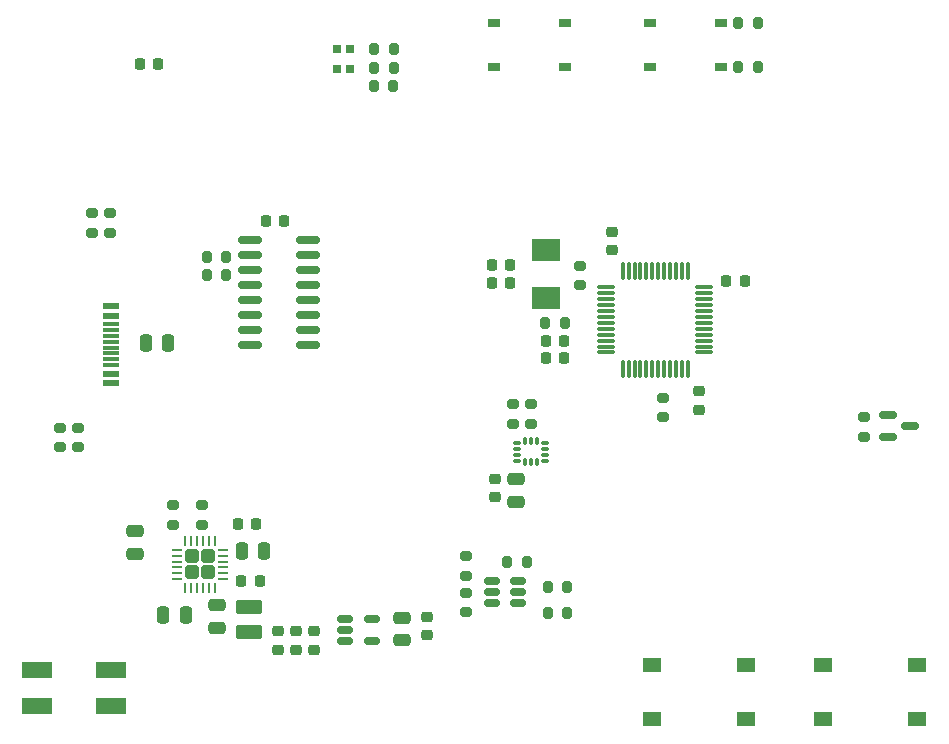
<source format=gbr>
%TF.GenerationSoftware,KiCad,Pcbnew,8.0.8-8.0.8-0~ubuntu24.04.1*%
%TF.CreationDate,2025-01-24T01:05:33+01:00*%
%TF.ProjectId,leany,6c65616e-792e-46b6-9963-61645f706362,rev?*%
%TF.SameCoordinates,Original*%
%TF.FileFunction,Paste,Top*%
%TF.FilePolarity,Positive*%
%FSLAX46Y46*%
G04 Gerber Fmt 4.6, Leading zero omitted, Abs format (unit mm)*
G04 Created by KiCad (PCBNEW 8.0.8-8.0.8-0~ubuntu24.04.1) date 2025-01-24 01:05:33*
%MOMM*%
%LPD*%
G01*
G04 APERTURE LIST*
G04 Aperture macros list*
%AMRoundRect*
0 Rectangle with rounded corners*
0 $1 Rounding radius*
0 $2 $3 $4 $5 $6 $7 $8 $9 X,Y pos of 4 corners*
0 Add a 4 corners polygon primitive as box body*
4,1,4,$2,$3,$4,$5,$6,$7,$8,$9,$2,$3,0*
0 Add four circle primitives for the rounded corners*
1,1,$1+$1,$2,$3*
1,1,$1+$1,$4,$5*
1,1,$1+$1,$6,$7*
1,1,$1+$1,$8,$9*
0 Add four rect primitives between the rounded corners*
20,1,$1+$1,$2,$3,$4,$5,0*
20,1,$1+$1,$4,$5,$6,$7,0*
20,1,$1+$1,$6,$7,$8,$9,0*
20,1,$1+$1,$8,$9,$2,$3,0*%
G04 Aperture macros list end*
%ADD10RoundRect,0.250000X-0.250000X-0.475000X0.250000X-0.475000X0.250000X0.475000X-0.250000X0.475000X0*%
%ADD11RoundRect,0.200000X-0.200000X-0.275000X0.200000X-0.275000X0.200000X0.275000X-0.200000X0.275000X0*%
%ADD12RoundRect,0.225000X-0.225000X-0.250000X0.225000X-0.250000X0.225000X0.250000X-0.225000X0.250000X0*%
%ADD13RoundRect,0.200000X0.275000X-0.200000X0.275000X0.200000X-0.275000X0.200000X-0.275000X-0.200000X0*%
%ADD14RoundRect,0.087500X-0.225000X-0.087500X0.225000X-0.087500X0.225000X0.087500X-0.225000X0.087500X0*%
%ADD15RoundRect,0.087500X-0.087500X-0.225000X0.087500X-0.225000X0.087500X0.225000X-0.087500X0.225000X0*%
%ADD16RoundRect,0.150000X-0.587500X-0.150000X0.587500X-0.150000X0.587500X0.150000X-0.587500X0.150000X0*%
%ADD17R,2.500000X1.397000*%
%ADD18R,1.000000X0.750000*%
%ADD19RoundRect,0.250000X-0.850000X0.375000X-0.850000X-0.375000X0.850000X-0.375000X0.850000X0.375000X0*%
%ADD20RoundRect,0.200000X-0.275000X0.200000X-0.275000X-0.200000X0.275000X-0.200000X0.275000X0.200000X0*%
%ADD21RoundRect,0.200000X0.200000X0.275000X-0.200000X0.275000X-0.200000X-0.275000X0.200000X-0.275000X0*%
%ADD22R,2.400000X1.900000*%
%ADD23RoundRect,0.225000X-0.250000X0.225000X-0.250000X-0.225000X0.250000X-0.225000X0.250000X0.225000X0*%
%ADD24RoundRect,0.150000X-0.512500X-0.150000X0.512500X-0.150000X0.512500X0.150000X-0.512500X0.150000X0*%
%ADD25R,1.550000X1.300000*%
%ADD26RoundRect,0.250000X0.475000X-0.250000X0.475000X0.250000X-0.475000X0.250000X-0.475000X-0.250000X0*%
%ADD27RoundRect,0.250000X-0.475000X0.250000X-0.475000X-0.250000X0.475000X-0.250000X0.475000X0.250000X0*%
%ADD28RoundRect,0.250000X-0.335000X0.335000X-0.335000X-0.335000X0.335000X-0.335000X0.335000X0.335000X0*%
%ADD29RoundRect,0.062500X-0.062500X0.350000X-0.062500X-0.350000X0.062500X-0.350000X0.062500X0.350000X0*%
%ADD30RoundRect,0.062500X-0.350000X0.062500X-0.350000X-0.062500X0.350000X-0.062500X0.350000X0.062500X0*%
%ADD31RoundRect,0.225000X0.225000X0.250000X-0.225000X0.250000X-0.225000X-0.250000X0.225000X-0.250000X0*%
%ADD32R,0.700000X0.800000*%
%ADD33R,1.450000X0.600000*%
%ADD34R,1.450000X0.300000*%
%ADD35RoundRect,0.075000X-0.662500X-0.075000X0.662500X-0.075000X0.662500X0.075000X-0.662500X0.075000X0*%
%ADD36RoundRect,0.075000X-0.075000X-0.662500X0.075000X-0.662500X0.075000X0.662500X-0.075000X0.662500X0*%
%ADD37RoundRect,0.250000X0.250000X0.475000X-0.250000X0.475000X-0.250000X-0.475000X0.250000X-0.475000X0*%
%ADD38RoundRect,0.225000X0.250000X-0.225000X0.250000X0.225000X-0.250000X0.225000X-0.250000X-0.225000X0*%
%ADD39RoundRect,0.150000X-0.825000X-0.150000X0.825000X-0.150000X0.825000X0.150000X-0.825000X0.150000X0*%
G04 APERTURE END LIST*
D10*
%TO.C,C14*%
X107200000Y-102187500D03*
X109100000Y-102187500D03*
%TD*%
D11*
%TO.C,R23*%
X141200000Y-122850000D03*
X142850000Y-122850000D03*
%TD*%
D12*
%TO.C,C10*%
X136475000Y-97100000D03*
X138025000Y-97100000D03*
%TD*%
D13*
%TO.C,R8*%
X151000000Y-108500000D03*
X151000000Y-106850000D03*
%TD*%
D14*
%TO.C,U1*%
X138637500Y-110650000D03*
X138637500Y-111150000D03*
X138637500Y-111650000D03*
X138637500Y-112150000D03*
D15*
X139300000Y-112312500D03*
X139800000Y-112312500D03*
X140300000Y-112312500D03*
D14*
X140962500Y-112150000D03*
X140962500Y-111650000D03*
X140962500Y-111150000D03*
X140962500Y-110650000D03*
D15*
X140300000Y-110487500D03*
X139800000Y-110487500D03*
X139300000Y-110487500D03*
%TD*%
D16*
%TO.C,Q1*%
X170037500Y-108300000D03*
X170037500Y-110200000D03*
X171912500Y-109250000D03*
%TD*%
D17*
%TO.C,J5*%
X98000000Y-129900000D03*
X104199998Y-129900000D03*
X98000000Y-132899999D03*
X104199998Y-132899999D03*
%TD*%
D18*
%TO.C,SW2*%
X149850000Y-75100000D03*
X155850000Y-75100000D03*
X149850000Y-78850000D03*
X155850000Y-78850000D03*
%TD*%
D11*
%TO.C,R12*%
X157325000Y-78850000D03*
X158975000Y-78850000D03*
%TD*%
D19*
%TO.C,L1*%
X115950000Y-124525000D03*
X115950000Y-126675000D03*
%TD*%
D20*
%TO.C,R2*%
X138300000Y-107400000D03*
X138300000Y-109050000D03*
%TD*%
D21*
%TO.C,R22*%
X142850000Y-125050000D03*
X141200000Y-125050000D03*
%TD*%
D22*
%TO.C,Y1*%
X141100000Y-98400000D03*
X141100000Y-94300000D03*
%TD*%
D23*
%TO.C,C16*%
X118400000Y-126612500D03*
X118400000Y-128162500D03*
%TD*%
D24*
%TO.C,Q2*%
X136450000Y-122350000D03*
X136450000Y-123300000D03*
X136450000Y-124250000D03*
X138725000Y-124250000D03*
X138725000Y-123300000D03*
X138725000Y-122350000D03*
%TD*%
D25*
%TO.C,SW3*%
X150025000Y-129500000D03*
X157975000Y-129500000D03*
X150025000Y-134000000D03*
X157975000Y-134000000D03*
%TD*%
D11*
%TO.C,R15*%
X126525000Y-78900000D03*
X128175000Y-78900000D03*
%TD*%
D12*
%TO.C,C9*%
X136475000Y-95600000D03*
X138025000Y-95600000D03*
%TD*%
D11*
%TO.C,R21*%
X137775000Y-120750000D03*
X139425000Y-120750000D03*
%TD*%
D20*
%TO.C,R6*%
X143950000Y-95675000D03*
X143950000Y-97325000D03*
%TD*%
D26*
%TO.C,C13*%
X113200000Y-126300000D03*
X113200000Y-124400000D03*
%TD*%
D10*
%TO.C,C22*%
X115300000Y-119800000D03*
X117200000Y-119800000D03*
%TD*%
D25*
%TO.C,SW4*%
X172500000Y-134000000D03*
X164550000Y-134000000D03*
X172500000Y-129500000D03*
X164550000Y-129500000D03*
%TD*%
D18*
%TO.C,SW1*%
X136700000Y-75100000D03*
X142700000Y-75100000D03*
X136700000Y-78850000D03*
X142700000Y-78850000D03*
%TD*%
D12*
%TO.C,C3*%
X106650000Y-78550000D03*
X108200000Y-78550000D03*
%TD*%
D24*
%TO.C,U4*%
X124075000Y-125537500D03*
X124075000Y-126487500D03*
X124075000Y-127437500D03*
X126350000Y-127437500D03*
X126350000Y-125537500D03*
%TD*%
D27*
%TO.C,C20*%
X128850000Y-125450000D03*
X128850000Y-127350000D03*
%TD*%
D28*
%TO.C,U5*%
X112425000Y-120275000D03*
X111075000Y-120275000D03*
X112425000Y-121625000D03*
X111075000Y-121625000D03*
D29*
X113000000Y-118987500D03*
X112500000Y-118987500D03*
X112000000Y-118987500D03*
X111500000Y-118987500D03*
X111000000Y-118987500D03*
X110500000Y-118987500D03*
D30*
X109787500Y-119700000D03*
X109787500Y-120200000D03*
X109787500Y-120700000D03*
X109787500Y-121200000D03*
X109787500Y-121700000D03*
X109787500Y-122200000D03*
D29*
X110500000Y-122912500D03*
X111000000Y-122912500D03*
X111500000Y-122912500D03*
X112000000Y-122912500D03*
X112500000Y-122912500D03*
X113000000Y-122912500D03*
D30*
X113712500Y-122200000D03*
X113712500Y-121700000D03*
X113712500Y-121200000D03*
X113712500Y-120700000D03*
X113712500Y-120200000D03*
X113712500Y-119700000D03*
%TD*%
D11*
%TO.C,R14*%
X126475000Y-80450000D03*
X128125000Y-80450000D03*
%TD*%
D12*
%TO.C,C5*%
X156325000Y-96950000D03*
X157875000Y-96950000D03*
%TD*%
D11*
%TO.C,R11*%
X112325000Y-96450000D03*
X113975000Y-96450000D03*
%TD*%
D12*
%TO.C,C12*%
X115275000Y-122350000D03*
X116825000Y-122350000D03*
%TD*%
D20*
%TO.C,R17*%
X101400000Y-109375000D03*
X101400000Y-111025000D03*
%TD*%
D12*
%TO.C,C15*%
X114975000Y-117550000D03*
X116525000Y-117550000D03*
%TD*%
D31*
%TO.C,C11*%
X118900000Y-91900000D03*
X117350000Y-91900000D03*
%TD*%
D21*
%TO.C,R9*%
X158975000Y-75100000D03*
X157325000Y-75100000D03*
%TD*%
D11*
%TO.C,R13*%
X126525000Y-77300000D03*
X128175000Y-77300000D03*
%TD*%
D13*
%TO.C,R20*%
X134300000Y-124975000D03*
X134300000Y-123325000D03*
%TD*%
D23*
%TO.C,C2*%
X136750000Y-113725000D03*
X136750000Y-115275000D03*
%TD*%
D20*
%TO.C,R3*%
X102650000Y-91225000D03*
X102650000Y-92875000D03*
%TD*%
D13*
%TO.C,R24*%
X134300000Y-121925000D03*
X134300000Y-120275000D03*
%TD*%
D23*
%TO.C,C18*%
X121400000Y-126612500D03*
X121400000Y-128162500D03*
%TD*%
D20*
%TO.C,R4*%
X104150000Y-91225000D03*
X104150000Y-92875000D03*
%TD*%
D32*
%TO.C,D1*%
X124500000Y-77300000D03*
X124500000Y-79000000D03*
X123400000Y-77300000D03*
X123400000Y-79000000D03*
%TD*%
D23*
%TO.C,C19*%
X131000000Y-125375000D03*
X131000000Y-126925000D03*
%TD*%
%TO.C,C17*%
X119900000Y-126612500D03*
X119900000Y-128162500D03*
%TD*%
D27*
%TO.C,C1*%
X138500000Y-113750000D03*
X138500000Y-115650000D03*
%TD*%
D12*
%TO.C,C8*%
X141050000Y-102000000D03*
X142600000Y-102000000D03*
%TD*%
D31*
%TO.C,C6*%
X142600000Y-103500000D03*
X141050000Y-103500000D03*
%TD*%
D11*
%TO.C,R5*%
X141000000Y-100500000D03*
X142650000Y-100500000D03*
%TD*%
D13*
%TO.C,R18*%
X109450000Y-117575000D03*
X109450000Y-115925000D03*
%TD*%
D20*
%TO.C,R16*%
X99900000Y-109375000D03*
X99900000Y-111025000D03*
%TD*%
D26*
%TO.C,C23*%
X106300000Y-120050000D03*
X106300000Y-118150000D03*
%TD*%
D23*
%TO.C,C4*%
X154000000Y-106300000D03*
X154000000Y-107850000D03*
%TD*%
D20*
%TO.C,R7*%
X168012500Y-108475000D03*
X168012500Y-110125000D03*
%TD*%
D13*
%TO.C,R19*%
X111950000Y-117575000D03*
X111950000Y-115925000D03*
%TD*%
D33*
%TO.C,J3*%
X104195000Y-99087500D03*
X104195000Y-99887500D03*
D34*
X104195000Y-101087500D03*
X104195000Y-102087500D03*
X104195000Y-102587500D03*
X104195000Y-103587500D03*
D33*
X104195000Y-104787500D03*
X104195000Y-105587500D03*
X104195000Y-105587500D03*
X104195000Y-104787500D03*
D34*
X104195000Y-104087500D03*
X104195000Y-103087500D03*
X104195000Y-101587500D03*
X104195000Y-100587500D03*
D33*
X104195000Y-99887500D03*
X104195000Y-99087500D03*
%TD*%
D35*
%TO.C,U2*%
X146150000Y-97500000D03*
X146150000Y-98000000D03*
X146150000Y-98500000D03*
X146150000Y-99000000D03*
X146150000Y-99500000D03*
X146150000Y-100000000D03*
X146150000Y-100500000D03*
X146150000Y-101000000D03*
X146150000Y-101500000D03*
X146150000Y-102000000D03*
X146150000Y-102500000D03*
X146150000Y-103000000D03*
D36*
X147562500Y-104412500D03*
X148062500Y-104412500D03*
X148562500Y-104412500D03*
X149062500Y-104412500D03*
X149562500Y-104412500D03*
X150062500Y-104412500D03*
X150562500Y-104412500D03*
X151062500Y-104412500D03*
X151562500Y-104412500D03*
X152062500Y-104412500D03*
X152562500Y-104412500D03*
X153062500Y-104412500D03*
D35*
X154475000Y-103000000D03*
X154475000Y-102500000D03*
X154475000Y-102000000D03*
X154475000Y-101500000D03*
X154475000Y-101000000D03*
X154475000Y-100500000D03*
X154475000Y-100000000D03*
X154475000Y-99500000D03*
X154475000Y-99000000D03*
X154475000Y-98500000D03*
X154475000Y-98000000D03*
X154475000Y-97500000D03*
D36*
X153062500Y-96087500D03*
X152562500Y-96087500D03*
X152062500Y-96087500D03*
X151562500Y-96087500D03*
X151062500Y-96087500D03*
X150562500Y-96087500D03*
X150062500Y-96087500D03*
X149562500Y-96087500D03*
X149062500Y-96087500D03*
X148562500Y-96087500D03*
X148062500Y-96087500D03*
X147562500Y-96087500D03*
%TD*%
D37*
%TO.C,C21*%
X110550000Y-125200000D03*
X108650000Y-125200000D03*
%TD*%
D38*
%TO.C,C7*%
X146650000Y-94325000D03*
X146650000Y-92775000D03*
%TD*%
D20*
%TO.C,R1*%
X139800000Y-107400000D03*
X139800000Y-109050000D03*
%TD*%
D39*
%TO.C,U3*%
X116000000Y-93500000D03*
X116000000Y-94770000D03*
X116000000Y-96040000D03*
X116000000Y-97310000D03*
X116000000Y-98580000D03*
X116000000Y-99850000D03*
X116000000Y-101120000D03*
X116000000Y-102390000D03*
X120950000Y-102390000D03*
X120950000Y-101120000D03*
X120950000Y-99850000D03*
X120950000Y-98580000D03*
X120950000Y-97310000D03*
X120950000Y-96040000D03*
X120950000Y-94770000D03*
X120950000Y-93500000D03*
%TD*%
D11*
%TO.C,R10*%
X112325000Y-94950000D03*
X113975000Y-94950000D03*
%TD*%
M02*

</source>
